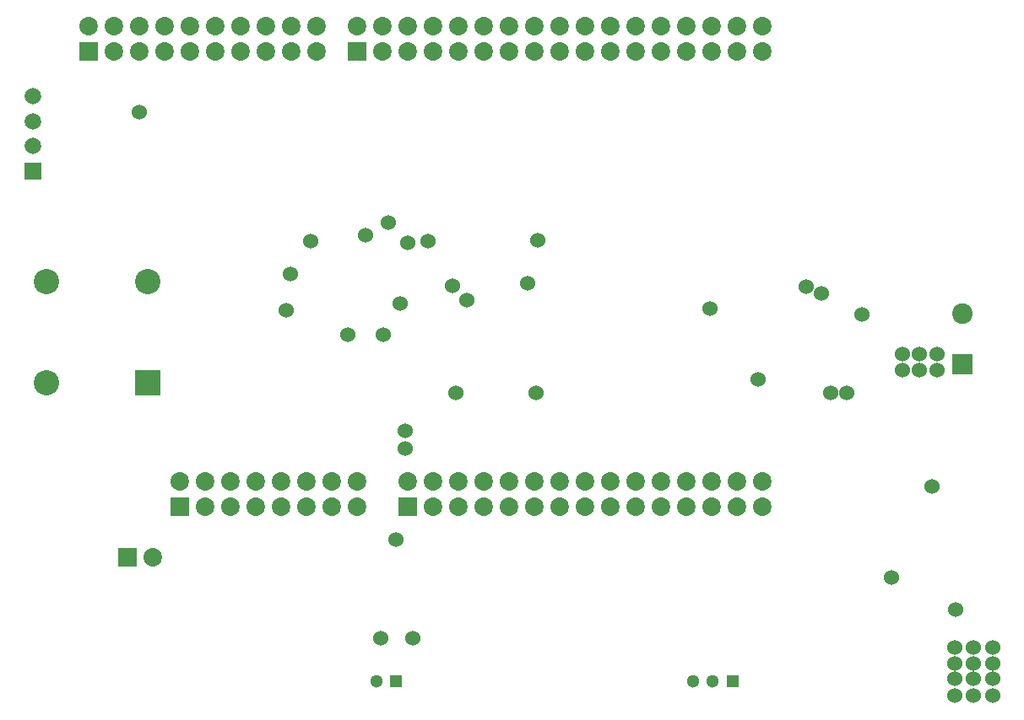
<source format=gbs>
G04*
G04 #@! TF.GenerationSoftware,Altium Limited,Altium Designer,25.1.2 (22)*
G04*
G04 Layer_Color=16711935*
%FSLAX25Y25*%
%MOIN*%
G70*
G04*
G04 #@! TF.SameCoordinates,A459EDE3-80A4-426C-A58C-906856A2545A*
G04*
G04*
G04 #@! TF.FilePolarity,Negative*
G04*
G01*
G75*
%ADD56C,0.08110*%
%ADD57R,0.08110X0.08110*%
%ADD58R,0.07323X0.07323*%
%ADD59C,0.07323*%
%ADD60R,0.10000X0.10000*%
%ADD61C,0.10000*%
%ADD62C,0.06535*%
%ADD63R,0.06535X0.06535*%
%ADD64C,0.05118*%
%ADD65R,0.05118X0.05118*%
%ADD66C,0.06024*%
D56*
X377000Y157500D02*
D03*
D57*
Y137500D02*
D03*
D58*
X68000Y81000D02*
D03*
X158000D02*
D03*
X32000Y261000D02*
D03*
X138000D02*
D03*
X47500Y61000D02*
D03*
D59*
X78000Y81000D02*
D03*
X88000D02*
D03*
X98000D02*
D03*
X108000D02*
D03*
X118000D02*
D03*
X128000D02*
D03*
X138000D02*
D03*
X68000Y91000D02*
D03*
X78000D02*
D03*
X88000D02*
D03*
X98000D02*
D03*
X108000D02*
D03*
X118000D02*
D03*
X128000D02*
D03*
X138000D02*
D03*
X248000D02*
D03*
X298000D02*
D03*
X288000Y81000D02*
D03*
X298000D02*
D03*
X288000Y91000D02*
D03*
X278000D02*
D03*
X268000D02*
D03*
X258000D02*
D03*
X238000D02*
D03*
X228000D02*
D03*
X218000D02*
D03*
X208000D02*
D03*
X198000D02*
D03*
X188000D02*
D03*
X178000D02*
D03*
X168000D02*
D03*
X158000D02*
D03*
X278000Y81000D02*
D03*
X268000D02*
D03*
X258000D02*
D03*
X248000D02*
D03*
X238000D02*
D03*
X228000D02*
D03*
X218000D02*
D03*
X208000D02*
D03*
X198000D02*
D03*
X188000D02*
D03*
X178000D02*
D03*
X168000D02*
D03*
X122000Y271000D02*
D03*
X112000D02*
D03*
X102000D02*
D03*
X92000D02*
D03*
X82000D02*
D03*
X72000D02*
D03*
X62000D02*
D03*
X52000D02*
D03*
X42000D02*
D03*
X122000Y261000D02*
D03*
X112000D02*
D03*
X102000D02*
D03*
X92000D02*
D03*
X82000D02*
D03*
X72000D02*
D03*
X62000D02*
D03*
X52000D02*
D03*
X42000D02*
D03*
X32000Y271000D02*
D03*
X298000D02*
D03*
X288000D02*
D03*
X278000D02*
D03*
X268000D02*
D03*
X258000D02*
D03*
X248000D02*
D03*
X238000D02*
D03*
X228000D02*
D03*
X218000D02*
D03*
X208000D02*
D03*
X198000D02*
D03*
X188000D02*
D03*
X178000D02*
D03*
X168000D02*
D03*
X158000D02*
D03*
X148000D02*
D03*
X138000D02*
D03*
X298000Y261000D02*
D03*
X288000D02*
D03*
X278000D02*
D03*
X268000D02*
D03*
X258000D02*
D03*
X248000D02*
D03*
X238000D02*
D03*
X228000D02*
D03*
X218000D02*
D03*
X208000D02*
D03*
X198000D02*
D03*
X188000D02*
D03*
X178000D02*
D03*
X168000D02*
D03*
X158000D02*
D03*
X148000D02*
D03*
X57500Y61000D02*
D03*
D60*
X55500Y130000D02*
D03*
D61*
X15500D02*
D03*
X55500Y170000D02*
D03*
X15500D02*
D03*
D62*
X10000Y243343D02*
D03*
Y233500D02*
D03*
Y223657D02*
D03*
D63*
Y213815D02*
D03*
D64*
X145626Y12000D02*
D03*
X270626Y12138D02*
D03*
X278500D02*
D03*
D65*
X153500Y12000D02*
D03*
X286374Y12138D02*
D03*
D66*
X374500Y40500D02*
D03*
X349000Y53000D02*
D03*
X176943Y126000D02*
D03*
X158000Y185500D02*
D03*
X150500Y193500D02*
D03*
X157000Y104000D02*
D03*
Y111000D02*
D03*
X134500Y149000D02*
D03*
X296500Y131500D02*
D03*
X277500Y159500D02*
D03*
X52000Y237000D02*
D03*
X155000Y161500D02*
D03*
X148500Y149000D02*
D03*
X166000Y186000D02*
D03*
X153500Y68000D02*
D03*
X160000Y29000D02*
D03*
X147500D02*
D03*
X365000Y89000D02*
D03*
X374000Y25500D02*
D03*
X389000D02*
D03*
X381500D02*
D03*
X389000Y6500D02*
D03*
X381500D02*
D03*
X374000D02*
D03*
X389000Y13000D02*
D03*
X381500D02*
D03*
X374000D02*
D03*
X389000Y19000D02*
D03*
X381500D02*
D03*
X374000D02*
D03*
X353500Y135000D02*
D03*
Y141500D02*
D03*
X360000Y135000D02*
D03*
Y141500D02*
D03*
X367000Y135000D02*
D03*
Y141500D02*
D03*
X331500Y126000D02*
D03*
X325000D02*
D03*
X321500Y165500D02*
D03*
X315500Y168000D02*
D03*
X141500Y188500D02*
D03*
X111900Y173200D02*
D03*
X208600Y126200D02*
D03*
X110223Y158623D02*
D03*
X119600Y186000D02*
D03*
X337500Y157200D02*
D03*
X175600Y168300D02*
D03*
X209300Y186500D02*
D03*
X181300Y162800D02*
D03*
X205300Y169400D02*
D03*
M02*

</source>
